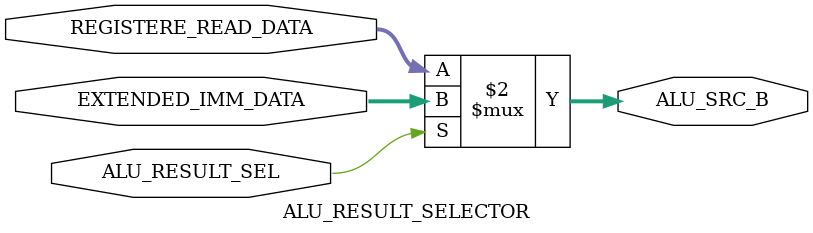
<source format=v>
module ALU_RESULT_SELECTOR(
	input ALU_RESULT_SEL,
	input [31:0] REGISTERE_READ_DATA,
	input [31:0] EXTENDED_IMM_DATA,
	output [31:0] ALU_SRC_B
);

assign ALU_SRC_B = (ALU_RESULT_SEL == 1'b0) ?
	REGISTERE_READ_DATA :
	EXTENDED_IMM_DATA;

endmodule
</source>
